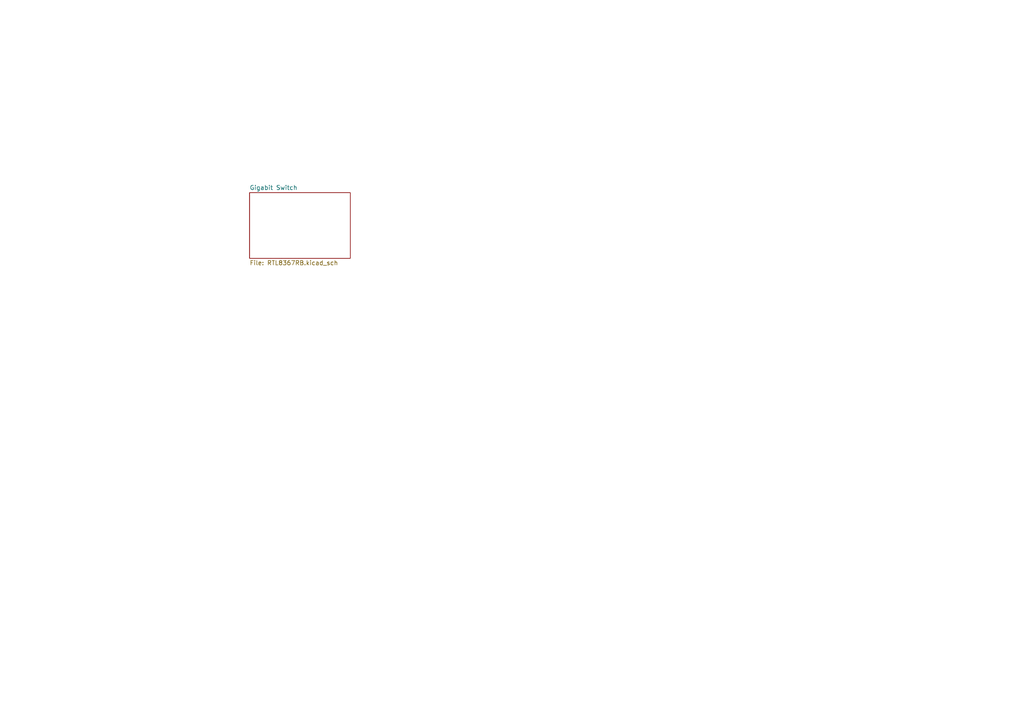
<source format=kicad_sch>
(kicad_sch
	(version 20250114)
	(generator "eeschema")
	(generator_version "9.0")
	(uuid "c5068a13-c569-4e83-812c-191ffce0a55b")
	(paper "A4")
	(lib_symbols)
	(sheet
		(at 72.39 55.88)
		(size 29.21 19.05)
		(exclude_from_sim no)
		(in_bom yes)
		(on_board yes)
		(dnp no)
		(fields_autoplaced yes)
		(stroke
			(width 0.1524)
			(type solid)
		)
		(fill
			(color 0 0 0 0.0000)
		)
		(uuid "3bf8b67b-ce27-4442-8ef6-28acc8e53c2e")
		(property "Sheetname" "Gigabit Switch"
			(at 72.39 55.1684 0)
			(effects
				(font
					(size 1.27 1.27)
				)
				(justify left bottom)
			)
		)
		(property "Sheetfile" "RTL8367RB.kicad_sch"
			(at 72.39 75.5146 0)
			(effects
				(font
					(size 1.27 1.27)
				)
				(justify left top)
			)
		)
		(instances
			(project "cm5_lte_gateway_board"
				(path "/c5068a13-c569-4e83-812c-191ffce0a55b"
					(page "2")
				)
			)
		)
	)
	(sheet_instances
		(path "/"
			(page "1")
		)
	)
	(embedded_fonts no)
)

</source>
